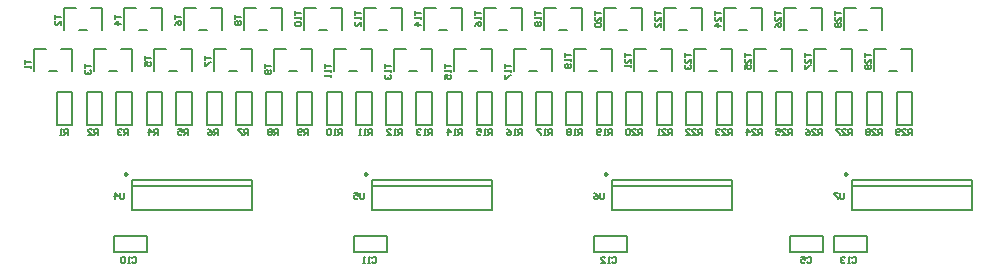
<source format=gbo>
G04*
G04 #@! TF.GenerationSoftware,Altium Limited,Altium Designer,20.0.2 (26)*
G04*
G04 Layer_Color=32896*
%FSLAX24Y24*%
%MOIN*%
G70*
G01*
G75*
%ADD12C,0.0070*%
%ADD14C,0.0079*%
%ADD76C,0.0110*%
%ADD77C,0.0060*%
D12*
X4625Y2925D02*
X8625D01*
X4625Y2125D02*
Y3125D01*
X8625D01*
Y2125D02*
Y3125D01*
X4625Y2125D02*
X8625D01*
X12625Y2925D02*
X16625D01*
X12625Y2125D02*
Y3125D01*
X16625D01*
Y2125D02*
Y3125D01*
X12625Y2125D02*
X16625D01*
X20625Y2925D02*
X24625D01*
X20625Y2125D02*
Y3125D01*
X24625D01*
Y2125D02*
Y3125D01*
X20625Y2125D02*
X24625D01*
X28625Y2925D02*
X32625D01*
X28625Y2125D02*
Y3125D01*
X32625D01*
Y2125D02*
Y3125D01*
X28625Y2125D02*
X32625D01*
X30250Y7500D02*
X30625D01*
Y6750D02*
Y7500D01*
X29375D02*
X29750D01*
X29375Y6750D02*
Y7500D01*
X29875Y6750D02*
X30125D01*
X29250Y8875D02*
X29625D01*
Y8125D02*
Y8875D01*
X28375D02*
X28750D01*
X28375Y8125D02*
Y8875D01*
X28875Y8125D02*
X29125D01*
X28250Y7500D02*
X28625D01*
Y6750D02*
Y7500D01*
X27375D02*
X27750D01*
X27375Y6750D02*
Y7500D01*
X27875Y6750D02*
X28125D01*
X27250Y8875D02*
X27625D01*
Y8125D02*
Y8875D01*
X26375D02*
X26750D01*
X26375Y8125D02*
Y8875D01*
X26875Y8125D02*
X27125D01*
X26250Y7500D02*
X26625D01*
Y6750D02*
Y7500D01*
X25375D02*
X25750D01*
X25375Y6750D02*
Y7500D01*
X25875Y6750D02*
X26125D01*
X25250Y8875D02*
X25625D01*
Y8125D02*
Y8875D01*
X24375D02*
X24750D01*
X24375Y8125D02*
Y8875D01*
X24875Y8125D02*
X25125D01*
X24250Y7500D02*
X24625D01*
Y6750D02*
Y7500D01*
X23375D02*
X23750D01*
X23375Y6750D02*
Y7500D01*
X23875Y6750D02*
X24125D01*
X23250Y8875D02*
X23625D01*
Y8125D02*
Y8875D01*
X22375D02*
X22750D01*
X22375Y8125D02*
Y8875D01*
X22875Y8125D02*
X23125D01*
X22250Y7500D02*
X22625D01*
Y6750D02*
Y7500D01*
X21375D02*
X21750D01*
X21375Y6750D02*
Y7500D01*
X21875Y6750D02*
X22125D01*
X21250Y8875D02*
X21625D01*
Y8125D02*
Y8875D01*
X20375D02*
X20750D01*
X20375Y8125D02*
Y8875D01*
X20875Y8125D02*
X21125D01*
X20250Y7500D02*
X20625D01*
Y6750D02*
Y7500D01*
X19375D02*
X19750D01*
X19375Y6750D02*
Y7500D01*
X19875Y6750D02*
X20125D01*
X19250Y8875D02*
X19625D01*
Y8125D02*
Y8875D01*
X18375D02*
X18750D01*
X18375Y8125D02*
Y8875D01*
X18875Y8125D02*
X19125D01*
X18250Y7500D02*
X18625D01*
Y6750D02*
Y7500D01*
X17375D02*
X17750D01*
X17375Y6750D02*
Y7500D01*
X17875Y6750D02*
X18125D01*
X17250Y8875D02*
X17625D01*
Y8125D02*
Y8875D01*
X16375D02*
X16750D01*
X16375Y8125D02*
Y8875D01*
X16875Y8125D02*
X17125D01*
X16250Y7500D02*
X16625D01*
Y6750D02*
Y7500D01*
X15375D02*
X15750D01*
X15375Y6750D02*
Y7500D01*
X15875Y6750D02*
X16125D01*
X15250Y8875D02*
X15625D01*
Y8125D02*
Y8875D01*
X14375D02*
X14750D01*
X14375Y8125D02*
Y8875D01*
X14875Y8125D02*
X15125D01*
X14250Y7500D02*
X14625D01*
Y6750D02*
Y7500D01*
X13375D02*
X13750D01*
X13375Y6750D02*
Y7500D01*
X13875Y6750D02*
X14125D01*
X13250Y8875D02*
X13625D01*
Y8125D02*
Y8875D01*
X12375D02*
X12750D01*
X12375Y8125D02*
Y8875D01*
X12875Y8125D02*
X13125D01*
X12250Y7500D02*
X12625D01*
Y6750D02*
Y7500D01*
X11375D02*
X11750D01*
X11375Y6750D02*
Y7500D01*
X11875Y6750D02*
X12125D01*
X11250Y8875D02*
X11625D01*
Y8125D02*
Y8875D01*
X10375D02*
X10750D01*
X10375Y8125D02*
Y8875D01*
X10875Y8125D02*
X11125D01*
X10250Y7500D02*
X10625D01*
Y6750D02*
Y7500D01*
X9375D02*
X9750D01*
X9375Y6750D02*
Y7500D01*
X9875Y6750D02*
X10125D01*
X9250Y8875D02*
X9625D01*
Y8125D02*
Y8875D01*
X8375D02*
X8750D01*
X8375Y8125D02*
Y8875D01*
X8875Y8125D02*
X9125D01*
X7250Y8875D02*
X7625D01*
Y8125D02*
Y8875D01*
X6375D02*
X6750D01*
X6375Y8125D02*
Y8875D01*
X6875Y8125D02*
X7125D01*
X8250Y7500D02*
X8625D01*
Y6750D02*
Y7500D01*
X7375D02*
X7750D01*
X7375Y6750D02*
Y7500D01*
X7875Y6750D02*
X8125D01*
X6250Y7500D02*
X6625D01*
Y6750D02*
Y7500D01*
X5375D02*
X5750D01*
X5375Y6750D02*
Y7500D01*
X5875Y6750D02*
X6125D01*
X5250Y8875D02*
X5625D01*
Y8125D02*
Y8875D01*
X4375D02*
X4750D01*
X4375Y8125D02*
Y8875D01*
X4875Y8125D02*
X5125D01*
X4250Y7500D02*
X4625D01*
Y6750D02*
Y7500D01*
X3375D02*
X3750D01*
X3375Y6750D02*
Y7500D01*
X3875Y6750D02*
X4125D01*
X3250Y8875D02*
X3625D01*
Y8125D02*
Y8875D01*
X2375D02*
X2750D01*
X2375Y8125D02*
Y8875D01*
X2875Y8125D02*
X3125D01*
X2250Y7500D02*
X2625D01*
Y6750D02*
Y7500D01*
X1375D02*
X1750D01*
X1375Y6750D02*
Y7500D01*
X1875Y6750D02*
X2125D01*
D14*
X26575Y1262D02*
X27675D01*
X26575Y737D02*
Y1262D01*
Y737D02*
X27675D01*
Y1262D01*
X30113Y4950D02*
X30638D01*
X30113D02*
Y6050D01*
X30638D01*
Y4950D02*
Y6050D01*
X29113D02*
X29637D01*
Y4950D02*
Y6050D01*
X29113Y4950D02*
X29637D01*
X29113D02*
Y6050D01*
X28112Y4950D02*
X28637D01*
X28112D02*
Y6050D01*
X28637D01*
Y4950D02*
Y6050D01*
X27113Y4950D02*
X27638D01*
X27113D02*
Y6050D01*
X27638D01*
Y4950D02*
Y6050D01*
X26112Y4950D02*
X26637D01*
X26112D02*
Y6050D01*
X26637D01*
Y4950D02*
Y6050D01*
X25113Y4950D02*
X25638D01*
X25113D02*
Y6050D01*
X25638D01*
Y4950D02*
Y6050D01*
X24113D02*
X24637D01*
Y4950D02*
Y6050D01*
X24113Y4950D02*
X24637D01*
X24113D02*
Y6050D01*
X23112Y4950D02*
X23637D01*
X23112D02*
Y6050D01*
X23637D01*
Y4950D02*
Y6050D01*
X22113Y4950D02*
X22638D01*
X22113D02*
Y6050D01*
X22638D01*
Y4950D02*
Y6050D01*
X21112Y4950D02*
X21637D01*
X21112D02*
Y6050D01*
X21637D01*
Y4950D02*
Y6050D01*
X20113Y4950D02*
X20638D01*
X20113D02*
Y6050D01*
X20638D01*
Y4950D02*
Y6050D01*
X19112D02*
X19638D01*
Y4950D02*
Y6050D01*
X19112Y4950D02*
X19638D01*
X19112D02*
Y6050D01*
X18112Y4950D02*
X18637D01*
X18112D02*
Y6050D01*
X18637D01*
Y4950D02*
Y6050D01*
X17112Y4950D02*
X17637D01*
X17112D02*
Y6050D01*
X17637D01*
Y4950D02*
Y6050D01*
X16113Y4950D02*
X16638D01*
X16113D02*
Y6050D01*
X16638D01*
Y4950D02*
Y6050D01*
X15113Y4950D02*
X15638D01*
X15113D02*
Y6050D01*
X15638D01*
Y4950D02*
Y6050D01*
X14112D02*
X14638D01*
Y4950D02*
Y6050D01*
X14112Y4950D02*
X14638D01*
X14112D02*
Y6050D01*
X13112Y4950D02*
X13637D01*
X13112D02*
Y6050D01*
X13637D01*
Y4950D02*
Y6050D01*
X12112Y4950D02*
X12637D01*
X12112D02*
Y6050D01*
X12637D01*
Y4950D02*
Y6050D01*
X11113Y4950D02*
X11638D01*
X11113D02*
Y6050D01*
X11638D01*
Y4950D02*
Y6050D01*
X10113Y4950D02*
X10638D01*
X10113D02*
Y6050D01*
X10638D01*
Y4950D02*
Y6050D01*
X9112D02*
X9638D01*
Y4950D02*
Y6050D01*
X9112Y4950D02*
X9638D01*
X9112D02*
Y6050D01*
X8112Y4950D02*
X8637D01*
X8112D02*
Y6050D01*
X8637D01*
Y4950D02*
Y6050D01*
X7113Y4950D02*
X7638D01*
X7113D02*
Y6050D01*
X7638D01*
Y4950D02*
Y6050D01*
X6112Y4950D02*
X6637D01*
X6112D02*
Y6050D01*
X6637D01*
Y4950D02*
Y6050D01*
X5113Y4950D02*
X5638D01*
X5113D02*
Y6050D01*
X5638D01*
Y4950D02*
Y6050D01*
X4112Y4950D02*
X4638D01*
X4112D02*
Y6050D01*
X4638D01*
Y4950D02*
Y6050D01*
X3113Y4950D02*
X3638D01*
X3113D02*
Y6050D01*
X3638D01*
Y4950D02*
Y6050D01*
X2113Y4950D02*
X2637D01*
X2113D02*
Y6050D01*
X2637D01*
Y4950D02*
Y6050D01*
X12020Y737D02*
X13120D01*
Y1262D01*
X12020D02*
X13120D01*
X12020Y737D02*
Y1262D01*
X28020Y737D02*
Y1262D01*
X29120D01*
Y737D02*
Y1262D01*
X28020Y737D02*
X29120D01*
X20020D02*
Y1262D01*
X21120D01*
Y737D02*
Y1262D01*
X20020Y737D02*
X21120D01*
X4020D02*
Y1262D01*
X5120D01*
Y737D02*
Y1262D01*
X4020Y737D02*
X5120D01*
D76*
X4475Y3325D02*
X4400Y3368D01*
Y3282D01*
X4475Y3325D01*
X12475D02*
X12400Y3368D01*
Y3282D01*
X12475Y3325D01*
X20475D02*
X20400Y3368D01*
Y3282D01*
X20475Y3325D01*
X28475D02*
X28400Y3368D01*
Y3282D01*
X28475Y3325D01*
D77*
X28375Y2700D02*
Y2533D01*
X28342Y2500D01*
X28275D01*
X28242Y2533D01*
Y2700D01*
X28175D02*
X28042D01*
Y2667D01*
X28175Y2533D01*
Y2500D01*
X20375Y2700D02*
Y2533D01*
X20342Y2500D01*
X20275D01*
X20242Y2533D01*
Y2700D01*
X20042D02*
X20108Y2667D01*
X20175Y2600D01*
Y2533D01*
X20142Y2500D01*
X20075D01*
X20042Y2533D01*
Y2567D01*
X20075Y2600D01*
X20175D01*
X12375Y2700D02*
Y2533D01*
X12342Y2500D01*
X12275D01*
X12242Y2533D01*
Y2700D01*
X12042D02*
X12175D01*
Y2600D01*
X12108Y2633D01*
X12075D01*
X12042Y2600D01*
Y2533D01*
X12075Y2500D01*
X12142D01*
X12175Y2533D01*
X4375Y2700D02*
Y2533D01*
X4342Y2500D01*
X4275D01*
X4242Y2533D01*
Y2700D01*
X4075Y2500D02*
Y2700D01*
X4175Y2600D01*
X4042D01*
X29050Y7375D02*
Y7242D01*
Y7308D01*
X29250D01*
Y7042D02*
Y7175D01*
X29117Y7042D01*
X29083D01*
X29050Y7075D01*
Y7142D01*
X29083Y7175D01*
X29217Y6975D02*
X29250Y6942D01*
Y6875D01*
X29217Y6842D01*
X29083D01*
X29050Y6875D01*
Y6942D01*
X29083Y6975D01*
X29117D01*
X29150Y6942D01*
Y6842D01*
X28050Y8750D02*
Y8617D01*
Y8683D01*
X28250D01*
Y8417D02*
Y8550D01*
X28117Y8417D01*
X28083D01*
X28050Y8450D01*
Y8517D01*
X28083Y8550D01*
Y8350D02*
X28050Y8317D01*
Y8250D01*
X28083Y8217D01*
X28117D01*
X28150Y8250D01*
X28183Y8217D01*
X28217D01*
X28250Y8250D01*
Y8317D01*
X28217Y8350D01*
X28183D01*
X28150Y8317D01*
X28117Y8350D01*
X28083D01*
X28150Y8317D02*
Y8250D01*
X27050Y7375D02*
Y7242D01*
Y7308D01*
X27250D01*
Y7042D02*
Y7175D01*
X27117Y7042D01*
X27083D01*
X27050Y7075D01*
Y7142D01*
X27083Y7175D01*
X27050Y6975D02*
Y6842D01*
X27083D01*
X27217Y6975D01*
X27250D01*
X26050Y8750D02*
Y8617D01*
Y8683D01*
X26250D01*
Y8417D02*
Y8550D01*
X26117Y8417D01*
X26083D01*
X26050Y8450D01*
Y8517D01*
X26083Y8550D01*
X26050Y8217D02*
X26083Y8283D01*
X26150Y8350D01*
X26217D01*
X26250Y8317D01*
Y8250D01*
X26217Y8217D01*
X26183D01*
X26150Y8250D01*
Y8350D01*
X25050Y7375D02*
Y7242D01*
Y7308D01*
X25250D01*
Y7042D02*
Y7175D01*
X25117Y7042D01*
X25083D01*
X25050Y7075D01*
Y7142D01*
X25083Y7175D01*
X25050Y6842D02*
Y6975D01*
X25150D01*
X25117Y6908D01*
Y6875D01*
X25150Y6842D01*
X25217D01*
X25250Y6875D01*
Y6942D01*
X25217Y6975D01*
X24050Y8750D02*
Y8617D01*
Y8683D01*
X24250D01*
Y8417D02*
Y8550D01*
X24117Y8417D01*
X24083D01*
X24050Y8450D01*
Y8517D01*
X24083Y8550D01*
X24250Y8250D02*
X24050D01*
X24150Y8350D01*
Y8217D01*
X23050Y7375D02*
Y7242D01*
Y7308D01*
X23250D01*
Y7042D02*
Y7175D01*
X23117Y7042D01*
X23083D01*
X23050Y7075D01*
Y7142D01*
X23083Y7175D01*
Y6975D02*
X23050Y6942D01*
Y6875D01*
X23083Y6842D01*
X23117D01*
X23150Y6875D01*
Y6908D01*
Y6875D01*
X23183Y6842D01*
X23217D01*
X23250Y6875D01*
Y6942D01*
X23217Y6975D01*
X22050Y8750D02*
Y8617D01*
Y8683D01*
X22250D01*
Y8417D02*
Y8550D01*
X22117Y8417D01*
X22083D01*
X22050Y8450D01*
Y8517D01*
X22083Y8550D01*
X22250Y8217D02*
Y8350D01*
X22117Y8217D01*
X22083D01*
X22050Y8250D01*
Y8317D01*
X22083Y8350D01*
X21050Y7375D02*
Y7242D01*
Y7308D01*
X21250D01*
Y7042D02*
Y7175D01*
X21117Y7042D01*
X21083D01*
X21050Y7075D01*
Y7142D01*
X21083Y7175D01*
X21250Y6975D02*
Y6908D01*
Y6942D01*
X21050D01*
X21083Y6975D01*
X20050Y8750D02*
Y8617D01*
Y8683D01*
X20250D01*
Y8417D02*
Y8550D01*
X20117Y8417D01*
X20083D01*
X20050Y8450D01*
Y8517D01*
X20083Y8550D01*
Y8350D02*
X20050Y8317D01*
Y8250D01*
X20083Y8217D01*
X20217D01*
X20250Y8250D01*
Y8317D01*
X20217Y8350D01*
X20083D01*
X19050Y7375D02*
Y7242D01*
Y7308D01*
X19250D01*
Y7175D02*
Y7108D01*
Y7142D01*
X19050D01*
X19083Y7175D01*
X19217Y7008D02*
X19250Y6975D01*
Y6908D01*
X19217Y6875D01*
X19083D01*
X19050Y6908D01*
Y6975D01*
X19083Y7008D01*
X19117D01*
X19150Y6975D01*
Y6875D01*
X18050Y8750D02*
Y8617D01*
Y8683D01*
X18250D01*
Y8550D02*
Y8483D01*
Y8517D01*
X18050D01*
X18083Y8550D01*
Y8383D02*
X18050Y8350D01*
Y8283D01*
X18083Y8250D01*
X18117D01*
X18150Y8283D01*
X18183Y8250D01*
X18217D01*
X18250Y8283D01*
Y8350D01*
X18217Y8383D01*
X18183D01*
X18150Y8350D01*
X18117Y8383D01*
X18083D01*
X18150Y8350D02*
Y8283D01*
X17050Y7000D02*
Y6867D01*
Y6933D01*
X17250D01*
Y6800D02*
Y6733D01*
Y6767D01*
X17050D01*
X17083Y6800D01*
X17050Y6633D02*
Y6500D01*
X17083D01*
X17217Y6633D01*
X17250D01*
X16050Y8750D02*
Y8617D01*
Y8683D01*
X16250D01*
Y8550D02*
Y8483D01*
Y8517D01*
X16050D01*
X16083Y8550D01*
X16050Y8250D02*
X16083Y8317D01*
X16150Y8383D01*
X16217D01*
X16250Y8350D01*
Y8283D01*
X16217Y8250D01*
X16183D01*
X16150Y8283D01*
Y8383D01*
X15050Y7000D02*
Y6867D01*
Y6933D01*
X15250D01*
Y6800D02*
Y6733D01*
Y6767D01*
X15050D01*
X15083Y6800D01*
X15050Y6500D02*
Y6633D01*
X15150D01*
X15117Y6567D01*
Y6533D01*
X15150Y6500D01*
X15217D01*
X15250Y6533D01*
Y6600D01*
X15217Y6633D01*
X14050Y8750D02*
Y8617D01*
Y8683D01*
X14250D01*
Y8550D02*
Y8483D01*
Y8517D01*
X14050D01*
X14083Y8550D01*
X14250Y8283D02*
X14050D01*
X14150Y8383D01*
Y8250D01*
X13050Y7000D02*
Y6867D01*
Y6933D01*
X13250D01*
Y6800D02*
Y6733D01*
Y6767D01*
X13050D01*
X13083Y6800D01*
Y6633D02*
X13050Y6600D01*
Y6533D01*
X13083Y6500D01*
X13117D01*
X13150Y6533D01*
Y6567D01*
Y6533D01*
X13183Y6500D01*
X13217D01*
X13250Y6533D01*
Y6600D01*
X13217Y6633D01*
X12050Y8750D02*
Y8617D01*
Y8683D01*
X12250D01*
Y8550D02*
Y8483D01*
Y8517D01*
X12050D01*
X12083Y8550D01*
X12250Y8250D02*
Y8383D01*
X12117Y8250D01*
X12083D01*
X12050Y8283D01*
Y8350D01*
X12083Y8383D01*
X11050Y7000D02*
Y6867D01*
Y6933D01*
X11250D01*
Y6800D02*
Y6733D01*
Y6767D01*
X11050D01*
X11083Y6800D01*
X11250Y6633D02*
Y6567D01*
Y6600D01*
X11050D01*
X11083Y6633D01*
X10050Y8750D02*
Y8617D01*
Y8683D01*
X10250D01*
Y8550D02*
Y8483D01*
Y8517D01*
X10050D01*
X10083Y8550D01*
Y8383D02*
X10050Y8350D01*
Y8283D01*
X10083Y8250D01*
X10217D01*
X10250Y8283D01*
Y8350D01*
X10217Y8383D01*
X10083D01*
X9050Y7000D02*
Y6867D01*
Y6933D01*
X9250D01*
X9217Y6800D02*
X9250Y6767D01*
Y6700D01*
X9217Y6667D01*
X9083D01*
X9050Y6700D01*
Y6767D01*
X9083Y6800D01*
X9117D01*
X9150Y6767D01*
Y6667D01*
X8050Y8625D02*
Y8492D01*
Y8558D01*
X8250D01*
X8083Y8425D02*
X8050Y8392D01*
Y8325D01*
X8083Y8292D01*
X8117D01*
X8150Y8325D01*
X8183Y8292D01*
X8217D01*
X8250Y8325D01*
Y8392D01*
X8217Y8425D01*
X8183D01*
X8150Y8392D01*
X8117Y8425D01*
X8083D01*
X8150Y8392D02*
Y8325D01*
X7050Y7250D02*
Y7117D01*
Y7183D01*
X7250D01*
X7050Y7050D02*
Y6917D01*
X7083D01*
X7217Y7050D01*
X7250D01*
X6050Y8625D02*
Y8492D01*
Y8558D01*
X6250D01*
X6050Y8292D02*
X6083Y8358D01*
X6150Y8425D01*
X6217D01*
X6250Y8392D01*
Y8325D01*
X6217Y8292D01*
X6183D01*
X6150Y8325D01*
Y8425D01*
X5050Y7250D02*
Y7117D01*
Y7183D01*
X5250D01*
X5050Y6917D02*
Y7050D01*
X5150D01*
X5117Y6983D01*
Y6950D01*
X5150Y6917D01*
X5217D01*
X5250Y6950D01*
Y7017D01*
X5217Y7050D01*
X4050Y8625D02*
Y8492D01*
Y8558D01*
X4250D01*
Y8325D02*
X4050D01*
X4150Y8425D01*
Y8292D01*
X3050Y7000D02*
Y6867D01*
Y6933D01*
X3250D01*
X3083Y6800D02*
X3050Y6767D01*
Y6700D01*
X3083Y6667D01*
X3117D01*
X3150Y6700D01*
Y6733D01*
Y6700D01*
X3183Y6667D01*
X3217D01*
X3250Y6700D01*
Y6767D01*
X3217Y6800D01*
X2050Y8625D02*
Y8492D01*
Y8558D01*
X2250D01*
Y8292D02*
Y8425D01*
X2117Y8292D01*
X2083D01*
X2050Y8325D01*
Y8392D01*
X2083Y8425D01*
X1050Y7125D02*
Y6992D01*
Y7058D01*
X1250D01*
Y6925D02*
Y6858D01*
Y6892D01*
X1050D01*
X1083Y6925D01*
X30625Y4625D02*
Y4825D01*
X30525D01*
X30492Y4792D01*
Y4725D01*
X30525Y4692D01*
X30625D01*
X30558D02*
X30492Y4625D01*
X30292D02*
X30425D01*
X30292Y4758D01*
Y4792D01*
X30325Y4825D01*
X30392D01*
X30425Y4792D01*
X30225Y4658D02*
X30192Y4625D01*
X30125D01*
X30092Y4658D01*
Y4792D01*
X30125Y4825D01*
X30192D01*
X30225Y4792D01*
Y4758D01*
X30192Y4725D01*
X30092D01*
X29625Y4625D02*
Y4825D01*
X29525D01*
X29492Y4792D01*
Y4725D01*
X29525Y4692D01*
X29625D01*
X29558D02*
X29492Y4625D01*
X29292D02*
X29425D01*
X29292Y4758D01*
Y4792D01*
X29325Y4825D01*
X29392D01*
X29425Y4792D01*
X29225D02*
X29192Y4825D01*
X29125D01*
X29092Y4792D01*
Y4758D01*
X29125Y4725D01*
X29092Y4692D01*
Y4658D01*
X29125Y4625D01*
X29192D01*
X29225Y4658D01*
Y4692D01*
X29192Y4725D01*
X29225Y4758D01*
Y4792D01*
X29192Y4725D02*
X29125D01*
X28625Y4625D02*
Y4825D01*
X28525D01*
X28492Y4792D01*
Y4725D01*
X28525Y4692D01*
X28625D01*
X28558D02*
X28492Y4625D01*
X28292D02*
X28425D01*
X28292Y4758D01*
Y4792D01*
X28325Y4825D01*
X28392D01*
X28425Y4792D01*
X28225Y4825D02*
X28092D01*
Y4792D01*
X28225Y4658D01*
Y4625D01*
X27625D02*
Y4825D01*
X27525D01*
X27492Y4792D01*
Y4725D01*
X27525Y4692D01*
X27625D01*
X27558D02*
X27492Y4625D01*
X27292D02*
X27425D01*
X27292Y4758D01*
Y4792D01*
X27325Y4825D01*
X27392D01*
X27425Y4792D01*
X27092Y4825D02*
X27158Y4792D01*
X27225Y4725D01*
Y4658D01*
X27192Y4625D01*
X27125D01*
X27092Y4658D01*
Y4692D01*
X27125Y4725D01*
X27225D01*
X26625Y4625D02*
Y4825D01*
X26525D01*
X26492Y4792D01*
Y4725D01*
X26525Y4692D01*
X26625D01*
X26558D02*
X26492Y4625D01*
X26292D02*
X26425D01*
X26292Y4758D01*
Y4792D01*
X26325Y4825D01*
X26392D01*
X26425Y4792D01*
X26092Y4825D02*
X26225D01*
Y4725D01*
X26158Y4758D01*
X26125D01*
X26092Y4725D01*
Y4658D01*
X26125Y4625D01*
X26192D01*
X26225Y4658D01*
X25625Y4625D02*
Y4825D01*
X25525D01*
X25492Y4792D01*
Y4725D01*
X25525Y4692D01*
X25625D01*
X25558D02*
X25492Y4625D01*
X25292D02*
X25425D01*
X25292Y4758D01*
Y4792D01*
X25325Y4825D01*
X25392D01*
X25425Y4792D01*
X25125Y4625D02*
Y4825D01*
X25225Y4725D01*
X25092D01*
X24625Y4625D02*
Y4825D01*
X24525D01*
X24492Y4792D01*
Y4725D01*
X24525Y4692D01*
X24625D01*
X24558D02*
X24492Y4625D01*
X24292D02*
X24425D01*
X24292Y4758D01*
Y4792D01*
X24325Y4825D01*
X24392D01*
X24425Y4792D01*
X24225D02*
X24192Y4825D01*
X24125D01*
X24092Y4792D01*
Y4758D01*
X24125Y4725D01*
X24158D01*
X24125D01*
X24092Y4692D01*
Y4658D01*
X24125Y4625D01*
X24192D01*
X24225Y4658D01*
X23625Y4625D02*
Y4825D01*
X23525D01*
X23492Y4792D01*
Y4725D01*
X23525Y4692D01*
X23625D01*
X23558D02*
X23492Y4625D01*
X23292D02*
X23425D01*
X23292Y4758D01*
Y4792D01*
X23325Y4825D01*
X23392D01*
X23425Y4792D01*
X23092Y4625D02*
X23225D01*
X23092Y4758D01*
Y4792D01*
X23125Y4825D01*
X23192D01*
X23225Y4792D01*
X22625Y4625D02*
Y4825D01*
X22525D01*
X22492Y4792D01*
Y4725D01*
X22525Y4692D01*
X22625D01*
X22558D02*
X22492Y4625D01*
X22292D02*
X22425D01*
X22292Y4758D01*
Y4792D01*
X22325Y4825D01*
X22392D01*
X22425Y4792D01*
X22225Y4625D02*
X22158D01*
X22192D01*
Y4825D01*
X22225Y4792D01*
X21625Y4625D02*
Y4825D01*
X21525D01*
X21492Y4792D01*
Y4725D01*
X21525Y4692D01*
X21625D01*
X21558D02*
X21492Y4625D01*
X21292D02*
X21425D01*
X21292Y4758D01*
Y4792D01*
X21325Y4825D01*
X21392D01*
X21425Y4792D01*
X21225D02*
X21192Y4825D01*
X21125D01*
X21092Y4792D01*
Y4658D01*
X21125Y4625D01*
X21192D01*
X21225Y4658D01*
Y4792D01*
X20625Y4625D02*
Y4825D01*
X20525D01*
X20492Y4792D01*
Y4725D01*
X20525Y4692D01*
X20625D01*
X20558D02*
X20492Y4625D01*
X20425D02*
X20358D01*
X20392D01*
Y4825D01*
X20425Y4792D01*
X20258Y4658D02*
X20225Y4625D01*
X20158D01*
X20125Y4658D01*
Y4792D01*
X20158Y4825D01*
X20225D01*
X20258Y4792D01*
Y4758D01*
X20225Y4725D01*
X20125D01*
X19625Y4625D02*
Y4825D01*
X19525D01*
X19492Y4792D01*
Y4725D01*
X19525Y4692D01*
X19625D01*
X19558D02*
X19492Y4625D01*
X19425D02*
X19358D01*
X19392D01*
Y4825D01*
X19425Y4792D01*
X19258D02*
X19225Y4825D01*
X19158D01*
X19125Y4792D01*
Y4758D01*
X19158Y4725D01*
X19125Y4692D01*
Y4658D01*
X19158Y4625D01*
X19225D01*
X19258Y4658D01*
Y4692D01*
X19225Y4725D01*
X19258Y4758D01*
Y4792D01*
X19225Y4725D02*
X19158D01*
X18625Y4625D02*
Y4825D01*
X18525D01*
X18492Y4792D01*
Y4725D01*
X18525Y4692D01*
X18625D01*
X18558D02*
X18492Y4625D01*
X18425D02*
X18358D01*
X18392D01*
Y4825D01*
X18425Y4792D01*
X18258Y4825D02*
X18125D01*
Y4792D01*
X18258Y4658D01*
Y4625D01*
X17625D02*
Y4825D01*
X17525D01*
X17492Y4792D01*
Y4725D01*
X17525Y4692D01*
X17625D01*
X17558D02*
X17492Y4625D01*
X17425D02*
X17358D01*
X17392D01*
Y4825D01*
X17425Y4792D01*
X17125Y4825D02*
X17192Y4792D01*
X17258Y4725D01*
Y4658D01*
X17225Y4625D01*
X17158D01*
X17125Y4658D01*
Y4692D01*
X17158Y4725D01*
X17258D01*
X16625Y4625D02*
Y4825D01*
X16525D01*
X16492Y4792D01*
Y4725D01*
X16525Y4692D01*
X16625D01*
X16558D02*
X16492Y4625D01*
X16425D02*
X16358D01*
X16392D01*
Y4825D01*
X16425Y4792D01*
X16125Y4825D02*
X16258D01*
Y4725D01*
X16192Y4758D01*
X16158D01*
X16125Y4725D01*
Y4658D01*
X16158Y4625D01*
X16225D01*
X16258Y4658D01*
X15625Y4625D02*
Y4825D01*
X15525D01*
X15492Y4792D01*
Y4725D01*
X15525Y4692D01*
X15625D01*
X15558D02*
X15492Y4625D01*
X15425D02*
X15358D01*
X15392D01*
Y4825D01*
X15425Y4792D01*
X15158Y4625D02*
Y4825D01*
X15258Y4725D01*
X15125D01*
X14625Y4625D02*
Y4825D01*
X14525D01*
X14492Y4792D01*
Y4725D01*
X14525Y4692D01*
X14625D01*
X14558D02*
X14492Y4625D01*
X14425D02*
X14358D01*
X14392D01*
Y4825D01*
X14425Y4792D01*
X14258D02*
X14225Y4825D01*
X14158D01*
X14125Y4792D01*
Y4758D01*
X14158Y4725D01*
X14192D01*
X14158D01*
X14125Y4692D01*
Y4658D01*
X14158Y4625D01*
X14225D01*
X14258Y4658D01*
X13625Y4625D02*
Y4825D01*
X13525D01*
X13492Y4792D01*
Y4725D01*
X13525Y4692D01*
X13625D01*
X13558D02*
X13492Y4625D01*
X13425D02*
X13358D01*
X13392D01*
Y4825D01*
X13425Y4792D01*
X13125Y4625D02*
X13258D01*
X13125Y4758D01*
Y4792D01*
X13158Y4825D01*
X13225D01*
X13258Y4792D01*
X12625Y4625D02*
Y4825D01*
X12525D01*
X12492Y4792D01*
Y4725D01*
X12525Y4692D01*
X12625D01*
X12558D02*
X12492Y4625D01*
X12425D02*
X12358D01*
X12392D01*
Y4825D01*
X12425Y4792D01*
X12258Y4625D02*
X12192D01*
X12225D01*
Y4825D01*
X12258Y4792D01*
X11625Y4625D02*
Y4825D01*
X11525D01*
X11492Y4792D01*
Y4725D01*
X11525Y4692D01*
X11625D01*
X11558D02*
X11492Y4625D01*
X11425D02*
X11358D01*
X11392D01*
Y4825D01*
X11425Y4792D01*
X11258D02*
X11225Y4825D01*
X11158D01*
X11125Y4792D01*
Y4658D01*
X11158Y4625D01*
X11225D01*
X11258Y4658D01*
Y4792D01*
X10500Y4625D02*
Y4825D01*
X10400D01*
X10367Y4792D01*
Y4725D01*
X10400Y4692D01*
X10500D01*
X10433D02*
X10367Y4625D01*
X10300Y4658D02*
X10267Y4625D01*
X10200D01*
X10167Y4658D01*
Y4792D01*
X10200Y4825D01*
X10267D01*
X10300Y4792D01*
Y4758D01*
X10267Y4725D01*
X10167D01*
X9500Y4625D02*
Y4825D01*
X9400D01*
X9367Y4792D01*
Y4725D01*
X9400Y4692D01*
X9500D01*
X9433D02*
X9367Y4625D01*
X9300Y4792D02*
X9267Y4825D01*
X9200D01*
X9167Y4792D01*
Y4758D01*
X9200Y4725D01*
X9167Y4692D01*
Y4658D01*
X9200Y4625D01*
X9267D01*
X9300Y4658D01*
Y4692D01*
X9267Y4725D01*
X9300Y4758D01*
Y4792D01*
X9267Y4725D02*
X9200D01*
X8500Y4625D02*
Y4825D01*
X8400D01*
X8367Y4792D01*
Y4725D01*
X8400Y4692D01*
X8500D01*
X8433D02*
X8367Y4625D01*
X8300Y4825D02*
X8167D01*
Y4792D01*
X8300Y4658D01*
Y4625D01*
X7500D02*
Y4825D01*
X7400D01*
X7367Y4792D01*
Y4725D01*
X7400Y4692D01*
X7500D01*
X7433D02*
X7367Y4625D01*
X7167Y4825D02*
X7233Y4792D01*
X7300Y4725D01*
Y4658D01*
X7267Y4625D01*
X7200D01*
X7167Y4658D01*
Y4692D01*
X7200Y4725D01*
X7300D01*
X6500Y4625D02*
Y4825D01*
X6400D01*
X6367Y4792D01*
Y4725D01*
X6400Y4692D01*
X6500D01*
X6433D02*
X6367Y4625D01*
X6167Y4825D02*
X6300D01*
Y4725D01*
X6233Y4758D01*
X6200D01*
X6167Y4725D01*
Y4658D01*
X6200Y4625D01*
X6267D01*
X6300Y4658D01*
X5500Y4625D02*
Y4825D01*
X5400D01*
X5367Y4792D01*
Y4725D01*
X5400Y4692D01*
X5500D01*
X5433D02*
X5367Y4625D01*
X5200D02*
Y4825D01*
X5300Y4725D01*
X5167D01*
X4500Y4625D02*
Y4825D01*
X4400D01*
X4367Y4792D01*
Y4725D01*
X4400Y4692D01*
X4500D01*
X4433D02*
X4367Y4625D01*
X4300Y4792D02*
X4267Y4825D01*
X4200D01*
X4167Y4792D01*
Y4758D01*
X4200Y4725D01*
X4233D01*
X4200D01*
X4167Y4692D01*
Y4658D01*
X4200Y4625D01*
X4267D01*
X4300Y4658D01*
X3500Y4625D02*
Y4825D01*
X3400D01*
X3367Y4792D01*
Y4725D01*
X3400Y4692D01*
X3500D01*
X3433D02*
X3367Y4625D01*
X3167D02*
X3300D01*
X3167Y4758D01*
Y4792D01*
X3200Y4825D01*
X3267D01*
X3300Y4792D01*
X2500Y4625D02*
Y4825D01*
X2400D01*
X2367Y4792D01*
Y4725D01*
X2400Y4692D01*
X2500D01*
X2433D02*
X2367Y4625D01*
X2300D02*
X2233D01*
X2267D01*
Y4825D01*
X2300Y4792D01*
X28617Y542D02*
X28650Y575D01*
X28717D01*
X28750Y542D01*
Y408D01*
X28717Y375D01*
X28650D01*
X28617Y408D01*
X28550Y375D02*
X28483D01*
X28517D01*
Y575D01*
X28550Y542D01*
X28383D02*
X28350Y575D01*
X28283D01*
X28250Y542D01*
Y508D01*
X28283Y475D01*
X28317D01*
X28283D01*
X28250Y442D01*
Y408D01*
X28283Y375D01*
X28350D01*
X28383Y408D01*
X20617Y542D02*
X20650Y575D01*
X20717D01*
X20750Y542D01*
Y408D01*
X20717Y375D01*
X20650D01*
X20617Y408D01*
X20550Y375D02*
X20483D01*
X20517D01*
Y575D01*
X20550Y542D01*
X20250Y375D02*
X20383D01*
X20250Y508D01*
Y542D01*
X20283Y575D01*
X20350D01*
X20383Y542D01*
X12617D02*
X12650Y575D01*
X12717D01*
X12750Y542D01*
Y408D01*
X12717Y375D01*
X12650D01*
X12617Y408D01*
X12550Y375D02*
X12483D01*
X12517D01*
Y575D01*
X12550Y542D01*
X12383Y375D02*
X12317D01*
X12350D01*
Y575D01*
X12383Y542D01*
X4617D02*
X4650Y575D01*
X4717D01*
X4750Y542D01*
Y408D01*
X4717Y375D01*
X4650D01*
X4617Y408D01*
X4550Y375D02*
X4483D01*
X4517D01*
Y575D01*
X4550Y542D01*
X4383D02*
X4350Y575D01*
X4283D01*
X4250Y542D01*
Y408D01*
X4283Y375D01*
X4350D01*
X4383Y408D01*
Y542D01*
X27117D02*
X27150Y575D01*
X27217D01*
X27250Y542D01*
Y408D01*
X27217Y375D01*
X27150D01*
X27117Y408D01*
X26917Y575D02*
X27050D01*
Y475D01*
X26983Y508D01*
X26950D01*
X26917Y475D01*
Y408D01*
X26950Y375D01*
X27017D01*
X27050Y408D01*
M02*

</source>
